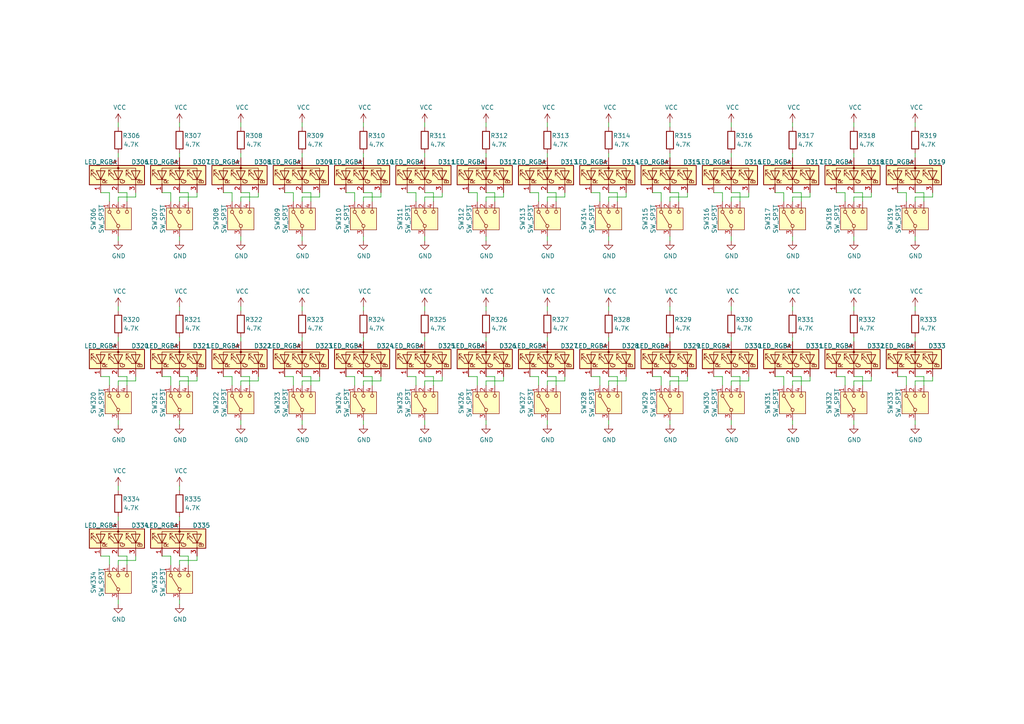
<source format=kicad_sch>
(kicad_sch (version 20231120) (generator "eeschema") (generator_version "8.0")
  (paper "A4")
  (lib_symbols
    (symbol "Device:R" (pin_numbers hide) (pin_names (offset 0))
      (property "Reference" "R" (at 2.032 0 90))
      (property "Value" "R" (at 0 0 90))
      (symbol "R_0_1"
        (rectangle (start -1.016 -2.54) (end 1.016 2.54) (stroke (width 0.254)))
      )
      (symbol "R_1_1"
        (pin passive line (at 0 3.81 270) (length 1.27) (name "~") (number "1"))
        (pin passive line (at 0 -3.81 90) (length 1.27) (name "~") (number "2"))
      )
    )
    (symbol "Switch:SW_SP3T" (pin_names (offset 0) hide)
      (property "Reference" "SW" (at 0 5.08 0))
      (property "Value" "SW_SP3T" (at 0 -5.08 0))
      (symbol "SW_SP3T_0_1"
        (circle (center -2.032 0) (radius 0.4572))
        (polyline (pts (xy -1.651 0.254) (xy 1.651 2.286)))
        (circle (center 2.032 -2.54) (radius 0.4572))
        (circle (center 2.032 0) (radius 0.4572))
        (circle (center 2.032 2.54) (radius 0.4572))
      )
      (symbol "SW_SP3T_1_1"
        (rectangle (start -3.175 3.81) (end 3.175 -3.81) (fill (type background)))
        (pin passive line (at 5.08 2.54 180) (length 2.54) (name "1") (number "1"))
        (pin passive line (at 5.08 0 180) (length 2.54) (name "2") (number "2"))
        (pin passive line (at -5.08 0 0) (length 2.54) (name "3") (number "3"))
        (pin passive line (at 5.08 -2.54 180) (length 2.54) (name "4") (number "4"))
      )
    )
    (symbol "led_rgba:LED_RGBA" (pin_names (offset 0) hide)
      (property "Reference" "D" (at 0 9.398 0))
      (property "Value" "LED_RGBA" (at 0 -8.89 0))
      (symbol "LED_RGBA_0_0"
        (text "B" (at -1.905 -6.35 0) (effects (font (size 1.27 1.27))))
        (text "G" (at -1.905 -1.27 0) (effects (font (size 1.27 1.27))))
        (text "R" (at -1.905 3.81 0) (effects (font (size 1.27 1.27))))
      )
      (symbol "LED_RGBA_0_1"
        (polyline (pts (xy -2.54 -5.08) (xy 1.27 -5.08)))
        (polyline (pts (xy -1.27 -3.81) (xy -1.27 -6.35)) (stroke (width 0.2032)))
        (polyline (pts (xy -1.27 1.27) (xy -1.27 -1.27)) (stroke (width 0.2032)))
        (polyline (pts (xy -1.27 6.35) (xy -1.27 3.81)) (stroke (width 0.2032)))
        (polyline (pts (xy 1.27 5.08) (xy -2.54 5.08)))
        (polyline (pts (xy 2.54 0) (xy -2.54 0)))
        (polyline (pts (xy 1.27 -5.08) (xy 2.032 -5.08) (xy 2.032 5.08) (xy 1.27 5.08)))
        (polyline (pts (xy 1.27 -3.81) (xy 1.27 -6.35) (xy -1.27 -5.08) (xy 1.27 -3.81)) (stroke (width 0.2032)))
        (polyline (pts (xy 1.27 1.27) (xy 1.27 -1.27) (xy -1.27 0) (xy 1.27 1.27)) (stroke (width 0.2032)))
        (polyline (pts (xy 1.27 6.35) (xy 1.27 3.81) (xy -1.27 5.08) (xy 1.27 6.35)) (stroke (width 0.2032)))
        (polyline (pts (xy -1.016 -3.81) (xy 0.508 -2.286) (xy -0.254 -2.286) (xy 0.508 -2.286) (xy 0.508 -3.048)))
        (polyline (pts (xy -1.016 1.27) (xy 0.508 2.794) (xy -0.254 2.794) (xy 0.508 2.794) (xy 0.508 2.032)))
        (polyline (pts (xy -1.016 6.35) (xy 0.508 7.874) (xy -0.254 7.874) (xy 0.508 7.874) (xy 0.508 7.112)))
        (polyline (pts (xy 0 -3.81) (xy 1.524 -2.286) (xy 0.762 -2.286) (xy 1.524 -2.286) (xy 1.524 -3.048)))
        (polyline (pts (xy 0 1.27) (xy 1.524 2.794) (xy 0.762 2.794) (xy 1.524 2.794) (xy 1.524 2.032)))
        (polyline (pts (xy 0 6.35) (xy 1.524 7.874) (xy 0.762 7.874) (xy 1.524 7.874) (xy 1.524 7.112)))
        (rectangle (start 1.27 6.35) (end 1.27 6.35))
        (circle (center 2.032 0) (radius 0.254) (fill (type outline)))
        (rectangle (start 2.794 8.382) (end -2.794 -7.62) (stroke (width 0.254)) (fill (type background)))
      )
      (symbol "LED_RGBA_1_1"
        (pin passive line (at -5.08 5.08 0) (length 2.54) (name "RK") (number "1"))
        (pin passive line (at -5.08 0 0) (length 2.54) (name "GK") (number "2"))
        (pin passive line (at -5.08 -5.08 0) (length 2.54) (name "BK") (number "3"))
        (pin passive line (at 5.08 0 180) (length 2.54) (name "A") (number "4"))
      )
    )
    (symbol "motivational board-rescue:GND-power" (power) (pin_names (offset 0))
      (property "Value" "power_GND" (at 0 -3.81 0))
      (symbol "GND-power_0_1"
        (polyline (pts (xy 0 0) (xy 0 -1.27) (xy 1.27 -1.27) (xy 0 -2.54) (xy -1.27 -1.27) (xy 0 -1.27)))
      )
      (symbol "GND-power_1_1"
        (pin power_in line (at 0 0 270) (length 0) hide (name "GND") (number "1"))
      )
    )
    (symbol "motivational board-rescue:VCC-power" (power) (pin_names (offset 0))
      (property "Value" "power_VCC" (at 0 3.81 0))
      (symbol "VCC-power_0_1"
        (polyline (pts (xy -0.762 1.27) (xy 0 2.54)))
        (polyline (pts (xy 0 0) (xy 0 2.54)))
        (polyline (pts (xy 0 2.54) (xy 0.762 1.27)))
      )
      (symbol "VCC-power_1_1"
        (pin power_in line (at 0 0 90) (length 0) hide (name "VCC") (number "1"))
      )
    )
  )
  (wire (pts (xy 232.41 55.88) (xy 229.87 55.88)))
  (wire (pts (xy 87.63 58.42) (xy 87.63 57.15)))
  (wire (pts (xy 31.75 109.22) (xy 31.75 111.76)))
  (wire (pts (xy 196.85 55.88) (xy 194.31 55.88)))
  (wire (pts (xy 105.41 35.56) (xy 105.41 36.83)))
  (wire (pts (xy 69.85 57.15) (xy 74.93 57.15)))
  (wire (pts (xy 110.49 57.15) (xy 110.49 55.88)))
  (wire (pts (xy 100.33 55.88) (xy 102.87 55.88)))
  (wire (pts (xy 90.17 58.42) (xy 90.17 55.88)))
  (wire (pts (xy 247.65 58.42) (xy 247.65 57.15)))
  (wire (pts (xy 125.73 109.22) (xy 123.19 109.22)))
  (wire (pts (xy 191.77 109.22) (xy 191.77 111.76)))
  (wire (pts (xy 232.41 111.76) (xy 232.41 109.22)))
  (wire (pts (xy 229.87 57.15) (xy 234.95 57.15)))
  (wire (pts (xy 247.65 111.76) (xy 247.65 110.49)))
  (wire (pts (xy 265.43 35.56) (xy 265.43 36.83)))
  (wire (pts (xy 265.43 110.49) (xy 270.51 110.49)))
  (wire (pts (xy 69.85 110.49) (xy 74.93 110.49)))
  (wire (pts (xy 194.31 35.56) (xy 194.31 36.83)))
  (wire (pts (xy 247.65 88.9) (xy 247.65 90.17)))
  (wire (pts (xy 100.33 109.22) (xy 102.87 109.22)))
  (wire (pts (xy 87.63 99.06) (xy 87.63 97.79)))
  (wire (pts (xy 52.07 58.42) (xy 52.07 57.15)))
  (wire (pts (xy 270.51 110.49) (xy 270.51 109.22)))
  (wire (pts (xy 224.79 55.88) (xy 227.33 55.88)))
  (wire (pts (xy 232.41 109.22) (xy 229.87 109.22)))
  (wire (pts (xy 212.09 99.06) (xy 212.09 97.79)))
  (wire (pts (xy 158.75 45.72) (xy 158.75 44.45)))
  (wire (pts (xy 69.85 121.92) (xy 69.85 123.19)))
  (wire (pts (xy 87.63 121.92) (xy 87.63 123.19)))
  (wire (pts (xy 92.71 110.49) (xy 92.71 109.22)))
  (wire (pts (xy 54.61 163.83) (xy 54.61 161.29)))
  (wire (pts (xy 247.65 35.56) (xy 247.65 36.83)))
  (wire (pts (xy 270.51 57.15) (xy 270.51 55.88)))
  (wire (pts (xy 179.07 109.22) (xy 176.53 109.22)))
  (wire (pts (xy 52.07 121.92) (xy 52.07 123.19)))
  (wire (pts (xy 123.19 68.58) (xy 123.19 69.85)))
  (wire (pts (xy 140.97 68.58) (xy 140.97 69.85)))
  (wire (pts (xy 52.07 151.13) (xy 52.07 149.86)))
  (wire (pts (xy 123.19 110.49) (xy 128.27 110.49)))
  (wire (pts (xy 217.17 110.49) (xy 217.17 109.22)))
  (wire (pts (xy 163.83 57.15) (xy 163.83 55.88)))
  (wire (pts (xy 217.17 57.15) (xy 217.17 55.88)))
  (wire (pts (xy 214.63 109.22) (xy 212.09 109.22)))
  (wire (pts (xy 158.75 110.49) (xy 163.83 110.49)))
  (wire (pts (xy 229.87 58.42) (xy 229.87 57.15)))
  (wire (pts (xy 52.07 35.56) (xy 52.07 36.83)))
  (wire (pts (xy 173.99 55.88) (xy 173.99 58.42)))
  (wire (pts (xy 250.19 58.42) (xy 250.19 55.88)))
  (wire (pts (xy 212.09 110.49) (xy 217.17 110.49)))
  (wire (pts (xy 69.85 68.58) (xy 69.85 69.85)))
  (wire (pts (xy 224.79 109.22) (xy 227.33 109.22)))
  (wire (pts (xy 265.43 57.15) (xy 270.51 57.15)))
  (wire (pts (xy 209.55 55.88) (xy 209.55 58.42)))
  (wire (pts (xy 140.97 121.92) (xy 140.97 123.19)))
  (wire (pts (xy 92.71 57.15) (xy 92.71 55.88)))
  (wire (pts (xy 176.53 111.76) (xy 176.53 110.49)))
  (wire (pts (xy 143.51 58.42) (xy 143.51 55.88)))
  (wire (pts (xy 87.63 45.72) (xy 87.63 44.45)))
  (wire (pts (xy 87.63 68.58) (xy 87.63 69.85)))
  (wire (pts (xy 64.77 55.88) (xy 67.31 55.88)))
  (wire (pts (xy 153.67 55.88) (xy 156.21 55.88)))
  (wire (pts (xy 173.99 109.22) (xy 173.99 111.76)))
  (wire (pts (xy 227.33 55.88) (xy 227.33 58.42)))
  (wire (pts (xy 87.63 57.15) (xy 92.71 57.15)))
  (wire (pts (xy 67.31 55.88) (xy 67.31 58.42)))
  (wire (pts (xy 265.43 88.9) (xy 265.43 90.17)))
  (wire (pts (xy 82.55 109.22) (xy 85.09 109.22)))
  (wire (pts (xy 212.09 45.72) (xy 212.09 44.45)))
  (wire (pts (xy 52.07 173.99) (xy 52.07 175.26)))
  (wire (pts (xy 161.29 55.88) (xy 158.75 55.88)))
  (wire (pts (xy 69.85 58.42) (xy 69.85 57.15)))
  (wire (pts (xy 36.83 111.76) (xy 36.83 109.22)))
  (wire (pts (xy 189.23 109.22) (xy 191.77 109.22)))
  (wire (pts (xy 69.85 88.9) (xy 69.85 90.17)))
  (wire (pts (xy 199.39 110.49) (xy 199.39 109.22)))
  (wire (pts (xy 229.87 110.49) (xy 234.95 110.49)))
  (wire (pts (xy 161.29 58.42) (xy 161.29 55.88)))
  (wire (pts (xy 29.21 161.29) (xy 31.75 161.29)))
  (wire (pts (xy 234.95 57.15) (xy 234.95 55.88)))
  (wire (pts (xy 158.75 99.06) (xy 158.75 97.79)))
  (wire (pts (xy 158.75 57.15) (xy 163.83 57.15)))
  (wire (pts (xy 52.07 45.72) (xy 52.07 44.45)))
  (wire (pts (xy 158.75 111.76) (xy 158.75 110.49)))
  (wire (pts (xy 105.41 57.15) (xy 110.49 57.15)))
  (wire (pts (xy 143.51 111.76) (xy 143.51 109.22)))
  (wire (pts (xy 267.97 109.22) (xy 265.43 109.22)))
  (wire (pts (xy 229.87 88.9) (xy 229.87 90.17)))
  (wire (pts (xy 199.39 57.15) (xy 199.39 55.88)))
  (wire (pts (xy 90.17 55.88) (xy 87.63 55.88)))
  (wire (pts (xy 85.09 109.22) (xy 85.09 111.76)))
  (wire (pts (xy 74.93 110.49) (xy 74.93 109.22)))
  (wire (pts (xy 120.65 55.88) (xy 120.65 58.42)))
  (wire (pts (xy 260.35 55.88) (xy 262.89 55.88)))
  (wire (pts (xy 234.95 110.49) (xy 234.95 109.22)))
  (wire (pts (xy 194.31 58.42) (xy 194.31 57.15)))
  (wire (pts (xy 52.07 88.9) (xy 52.07 90.17)))
  (wire (pts (xy 36.83 163.83) (xy 36.83 161.29)))
  (wire (pts (xy 207.01 55.88) (xy 209.55 55.88)))
  (wire (pts (xy 34.29 151.13) (xy 34.29 149.86)))
  (wire (pts (xy 125.73 58.42) (xy 125.73 55.88)))
  (wire (pts (xy 212.09 121.92) (xy 212.09 123.19)))
  (wire (pts (xy 194.31 57.15) (xy 199.39 57.15)))
  (wire (pts (xy 171.45 109.22) (xy 173.99 109.22)))
  (wire (pts (xy 143.51 55.88) (xy 140.97 55.88)))
  (wire (pts (xy 171.45 55.88) (xy 173.99 55.88)))
  (wire (pts (xy 128.27 110.49) (xy 128.27 109.22)))
  (wire (pts (xy 125.73 55.88) (xy 123.19 55.88)))
  (wire (pts (xy 34.29 45.72) (xy 34.29 44.45)))
  (wire (pts (xy 39.37 110.49) (xy 39.37 109.22)))
  (wire (pts (xy 49.53 109.22) (xy 49.53 111.76)))
  (wire (pts (xy 265.43 58.42) (xy 265.43 57.15)))
  (wire (pts (xy 194.31 45.72) (xy 194.31 44.45)))
  (wire (pts (xy 123.19 58.42) (xy 123.19 57.15)))
  (wire (pts (xy 265.43 68.58) (xy 265.43 69.85)))
  (wire (pts (xy 105.41 45.72) (xy 105.41 44.45)))
  (wire (pts (xy 87.63 88.9) (xy 87.63 90.17)))
  (wire (pts (xy 36.83 161.29) (xy 34.29 161.29)))
  (wire (pts (xy 153.67 109.22) (xy 156.21 109.22)))
  (wire (pts (xy 34.29 162.56) (xy 39.37 162.56)))
  (wire (pts (xy 207.01 109.22) (xy 209.55 109.22)))
  (wire (pts (xy 252.73 57.15) (xy 252.73 55.88)))
  (wire (pts (xy 212.09 58.42) (xy 212.09 57.15)))
  (wire (pts (xy 181.61 57.15) (xy 181.61 55.88)))
  (wire (pts (xy 265.43 111.76) (xy 265.43 110.49)))
  (wire (pts (xy 107.95 55.88) (xy 105.41 55.88)))
  (wire (pts (xy 138.43 109.22) (xy 138.43 111.76)))
  (wire (pts (xy 49.53 161.29) (xy 49.53 163.83)))
  (wire (pts (xy 67.31 109.22) (xy 67.31 111.76)))
  (wire (pts (xy 34.29 140.97) (xy 34.29 142.24)))
  (wire (pts (xy 140.97 99.06) (xy 140.97 97.79)))
  (wire (pts (xy 229.87 99.06) (xy 229.87 97.79)))
  (wire (pts (xy 128.27 57.15) (xy 128.27 55.88)))
  (wire (pts (xy 46.99 109.22) (xy 49.53 109.22)))
  (wire (pts (xy 163.83 110.49) (xy 163.83 109.22)))
  (wire (pts (xy 189.23 55.88) (xy 191.77 55.88)))
  (wire (pts (xy 118.11 109.22) (xy 120.65 109.22)))
  (wire (pts (xy 247.65 99.06) (xy 247.65 97.79)))
  (wire (pts (xy 69.85 45.72) (xy 69.85 44.45)))
  (wire (pts (xy 102.87 109.22) (xy 102.87 111.76)))
  (wire (pts (xy 29.21 55.88) (xy 31.75 55.88)))
  (wire (pts (xy 265.43 45.72) (xy 265.43 44.45)))
  (wire (pts (xy 194.31 68.58) (xy 194.31 69.85)))
  (wire (pts (xy 36.83 109.22) (xy 34.29 109.22)))
  (wire (pts (xy 34.29 35.56) (xy 34.29 36.83)))
  (wire (pts (xy 34.29 163.83) (xy 34.29 162.56)))
  (wire (pts (xy 72.39 55.88) (xy 69.85 55.88)))
  (wire (pts (xy 39.37 57.15) (xy 39.37 55.88)))
  (wire (pts (xy 140.97 88.9) (xy 140.97 90.17)))
  (wire (pts (xy 176.53 88.9) (xy 176.53 90.17)))
  (wire (pts (xy 176.53 57.15) (xy 181.61 57.15)))
  (wire (pts (xy 242.57 55.88) (xy 245.11 55.88)))
  (wire (pts (xy 105.41 121.92) (xy 105.41 123.19)))
  (wire (pts (xy 143.51 109.22) (xy 140.97 109.22)))
  (wire (pts (xy 245.11 109.22) (xy 245.11 111.76)))
  (wire (pts (xy 36.83 55.88) (xy 34.29 55.88)))
  (wire (pts (xy 250.19 111.76) (xy 250.19 109.22)))
  (wire (pts (xy 123.19 99.06) (xy 123.19 97.79)))
  (wire (pts (xy 156.21 109.22) (xy 156.21 111.76)))
  (wire (pts (xy 120.65 109.22) (xy 120.65 111.76)))
  (wire (pts (xy 123.19 111.76) (xy 123.19 110.49)))
  (wire (pts (xy 105.41 68.58) (xy 105.41 69.85)))
  (wire (pts (xy 156.21 55.88) (xy 156.21 58.42)))
  (wire (pts (xy 194.31 110.49) (xy 199.39 110.49)))
  (wire (pts (xy 36.83 58.42) (xy 36.83 55.88)))
  (wire (pts (xy 247.65 68.58) (xy 247.65 69.85)))
  (wire (pts (xy 158.75 68.58) (xy 158.75 69.85)))
  (wire (pts (xy 229.87 111.76) (xy 229.87 110.49)))
  (wire (pts (xy 34.29 110.49) (xy 39.37 110.49)))
  (wire (pts (xy 123.19 57.15) (xy 128.27 57.15)))
  (wire (pts (xy 176.53 35.56) (xy 176.53 36.83)))
  (wire (pts (xy 72.39 109.22) (xy 69.85 109.22)))
  (wire (pts (xy 140.97 111.76) (xy 140.97 110.49)))
  (wire (pts (xy 57.15 162.56) (xy 57.15 161.29)))
  (wire (pts (xy 72.39 111.76) (xy 72.39 109.22)))
  (wire (pts (xy 87.63 110.49) (xy 92.71 110.49)))
  (wire (pts (xy 105.41 58.42) (xy 105.41 57.15)))
  (wire (pts (xy 140.97 58.42) (xy 140.97 57.15)))
  (wire (pts (xy 214.63 55.88) (xy 212.09 55.88)))
  (wire (pts (xy 118.11 55.88) (xy 120.65 55.88)))
  (wire (pts (xy 123.19 88.9) (xy 123.19 90.17)))
  (wire (pts (xy 90.17 109.22) (xy 87.63 109.22)))
  (wire (pts (xy 158.75 88.9) (xy 158.75 90.17)))
  (wire (pts (xy 194.31 121.92) (xy 194.31 123.19)))
  (wire (pts (xy 262.89 55.88) (xy 262.89 58.42)))
  (wire (pts (xy 179.07 58.42) (xy 179.07 55.88)))
  (wire (pts (xy 74.93 57.15) (xy 74.93 55.88)))
  (wire (pts (xy 229.87 45.72) (xy 229.87 44.45)))
  (wire (pts (xy 107.95 109.22) (xy 105.41 109.22)))
  (wire (pts (xy 267.97 111.76) (xy 267.97 109.22)))
  (wire (pts (xy 34.29 111.76) (xy 34.29 110.49)))
  (wire (pts (xy 107.95 58.42) (xy 107.95 55.88)))
  (wire (pts (xy 57.15 110.49) (xy 57.15 109.22)))
  (wire (pts (xy 52.07 110.49) (xy 57.15 110.49)))
  (wire (pts (xy 39.37 162.56) (xy 39.37 161.29)))
  (wire (pts (xy 194.31 88.9) (xy 194.31 90.17)))
  (wire (pts (xy 123.19 121.92) (xy 123.19 123.19)))
  (wire (pts (xy 105.41 110.49) (xy 110.49 110.49)))
  (wire (pts (xy 176.53 99.06) (xy 176.53 97.79)))
  (wire (pts (xy 72.39 58.42) (xy 72.39 55.88)))
  (wire (pts (xy 64.77 109.22) (xy 67.31 109.22)))
  (wire (pts (xy 146.05 57.15) (xy 146.05 55.88)))
  (wire (pts (xy 34.29 68.58) (xy 34.29 69.85)))
  (wire (pts (xy 229.87 68.58) (xy 229.87 69.85)))
  (wire (pts (xy 247.65 45.72) (xy 247.65 44.45)))
  (wire (pts (xy 90.17 111.76) (xy 90.17 109.22)))
  (wire (pts (xy 265.43 99.06) (xy 265.43 97.79)))
  (wire (pts (xy 229.87 121.92) (xy 229.87 123.19)))
  (wire (pts (xy 82.55 55.88) (xy 85.09 55.88)))
  (wire (pts (xy 179.07 55.88) (xy 176.53 55.88)))
  (wire (pts (xy 52.07 99.06) (xy 52.07 97.79)))
  (wire (pts (xy 194.31 111.76) (xy 194.31 110.49)))
  (wire (pts (xy 138.43 55.88) (xy 138.43 58.42)))
  (wire (pts (xy 110.49 110.49) (xy 110.49 109.22)))
  (wire (pts (xy 265.43 121.92) (xy 265.43 123.19)))
  (wire (pts (xy 181.61 110.49) (xy 181.61 109.22)))
  (wire (pts (xy 31.75 161.29) (xy 31.75 163.83)))
  (wire (pts (xy 52.07 111.76) (xy 52.07 110.49)))
  (wire (pts (xy 267.97 58.42) (xy 267.97 55.88)))
  (wire (pts (xy 87.63 111.76) (xy 87.63 110.49)))
  (wire (pts (xy 176.53 45.72) (xy 176.53 44.45)))
  (wire (pts (xy 52.07 68.58) (xy 52.07 69.85)))
  (wire (pts (xy 34.29 121.92) (xy 34.29 123.19)))
  (wire (pts (xy 212.09 68.58) (xy 212.09 69.85)))
  (wire (pts (xy 52.07 140.97) (xy 52.07 142.24)))
  (wire (pts (xy 176.53 121.92) (xy 176.53 123.19)))
  (wire (pts (xy 140.97 110.49) (xy 146.05 110.49)))
  (wire (pts (xy 34.29 99.06) (xy 34.29 97.79)))
  (wire (pts (xy 214.63 111.76) (xy 214.63 109.22)))
  (wire (pts (xy 196.85 58.42) (xy 196.85 55.88)))
  (wire (pts (xy 212.09 111.76) (xy 212.09 110.49)))
  (wire (pts (xy 212.09 35.56) (xy 212.09 36.83)))
  (wire (pts (xy 29.21 109.22) (xy 31.75 109.22)))
  (wire (pts (xy 34.29 173.99) (xy 34.29 175.26)))
  (wire (pts (xy 69.85 111.76) (xy 69.85 110.49)))
  (wire (pts (xy 69.85 35.56) (xy 69.85 36.83)))
  (wire (pts (xy 194.31 99.06) (xy 194.31 97.79)))
  (wire (pts (xy 140.97 57.15) (xy 146.05 57.15)))
  (wire (pts (xy 52.07 57.15) (xy 57.15 57.15)))
  (wire (pts (xy 34.29 88.9) (xy 34.29 90.17)))
  (wire (pts (xy 105.41 88.9) (xy 105.41 90.17)))
  (wire (pts (xy 242.57 109.22) (xy 245.11 109.22)))
  (wire (pts (xy 247.65 57.15) (xy 252.73 57.15)))
  (wire (pts (xy 212.09 57.15) (xy 217.17 57.15)))
  (wire (pts (xy 212.09 88.9) (xy 212.09 90.17)))
  (wire (pts (xy 158.75 35.56) (xy 158.75 36.83)))
  (wire (pts (xy 250.19 55.88) (xy 247.65 55.88)))
  (wire (pts (xy 262.89 109.22) (xy 262.89 111.76)))
  (wire (pts (xy 54.61 55.88) (xy 52.07 55.88)))
  (wire (pts (xy 140.97 35.56) (xy 140.97 36.83)))
  (wire (pts (xy 52.07 162.56) (xy 57.15 162.56)))
  (wire (pts (xy 196.85 109.22) (xy 194.31 109.22)))
  (wire (pts (xy 176.53 110.49) (xy 181.61 110.49)))
  (wire (pts (xy 260.35 109.22) (xy 262.89 109.22)))
  (wire (pts (xy 57.15 57.15) (xy 57.15 55.88)))
  (wire (pts (xy 85.09 55.88) (xy 85.09 58.42)))
  (wire (pts (xy 161.29 109.22) (xy 158.75 109.22)))
  (wire (pts (xy 176.53 58.42) (xy 176.53 57.15)))
  (wire (pts (xy 209.55 109.22) (xy 209.55 111.76)))
  (wire (pts (xy 252.73 110.49) (xy 252.73 109.22)))
  (wire (pts (xy 46.99 161.29) (xy 49.53 161.29)))
  (wire (pts (xy 179.07 111.76) (xy 179.07 109.22)))
  (wire (pts (xy 105.41 99.06) (xy 105.41 97.79)))
  (wire (pts (xy 54.61 111.76) (xy 54.61 109.22)))
  (wire (pts (xy 46.99 55.88) (xy 49.53 55.88)))
  (wire (pts (xy 140.97 45.72) (xy 140.97 44.45)))
  (wire (pts (xy 31.75 55.88) (xy 31.75 58.42)))
  (wire (pts (xy 34.29 58.42) (xy 34.29 57.15)))
  (wire (pts (xy 247.65 110.49) (xy 252.73 110.49)))
  (wire (pts (xy 87.63 35.56) (xy 87.63 36.83)))
  (wire (pts (xy 214.63 58.42) (xy 214.63 55.88)))
  (wire (pts (xy 161.29 111.76) (xy 161.29 109.22)))
  (wire (pts (xy 102.87 55.88) (xy 102.87 58.42)))
  (wire (pts (xy 105.41 111.76) (xy 105.41 110.49)))
  (wire (pts (xy 146.05 110.49) (xy 146.05 109.22)))
  (wire (pts (xy 191.77 55.88) (xy 191.77 58.42)))
  (wire (pts (xy 125.73 111.76) (xy 125.73 109.22)))
  (wire (pts (xy 52.07 163.83) (xy 52.07 162.56)))
  (wire (pts (xy 135.89 55.88) (xy 138.43 55.88)))
  (wire (pts (xy 158.75 121.92) (xy 158.75 123.19)))
  (wire (pts (xy 123.19 35.56) (xy 123.19 36.83)))
  (wire (pts (xy 49.53 55.88) (xy 49.53 58.42)))
  (wire (pts (xy 54.61 58.42) (xy 54.61 55.88)))
  (wire (pts (xy 245.11 55.88) (xy 245.11 58.42)))
  (wire (pts (xy 176.53 68.58) (xy 176.53 69.85)))
  (wire (pts (xy 54.61 109.22) (xy 52.07 109.22)))
  (wire (pts (xy 250.19 109.22) (xy 247.65 109.22)))
  (wire (pts (xy 54.61 161.29) (xy 52.07 161.29)))
  (wire (pts (xy 232.41 58.42) (xy 232.41 55.88)))
  (wire (pts (xy 196.85 111.76) (xy 196.85 109.22)))
  (wire (pts (xy 267.97 55.88) (xy 265.43 55.88)))
  (wire (pts (xy 158.75 58.42) (xy 158.75 57.15)))
  (wire (pts (xy 227.33 109.22) (xy 227.33 111.76)))
  (wire (pts (xy 229.87 35.56) (xy 229.87 36.83)))
  (wire (pts (xy 123.19 45.72) (xy 123.19 44.45)))
  (wire (pts (xy 247.65 121.92) (xy 247.65 123.19)))
  (wire (pts (xy 69.85 99.06) (xy 69.85 97.79)))
  (wire (pts (xy 34.29 57.15) (xy 39.37 57.15)))
  (wire (pts (xy 135.89 109.22) (xy 138.43 109.22)))
  (wire (pts (xy 107.95 111.76) (xy 107.95 109.22)))
  (symbol (lib_id "Switch:SW_SP3T") (at 229.87 63.5 90) (unit 1)
    (property "Reference" "SW317" (at 222.6818 63.5 0))
    (property "Value" "SW_SP3T" (at 224.9932 63.5 0))
    (property "Footprint" "Button_Switch_THT-extra:SS13D07G4" (effects (hide yes)))
  )
  (symbol (lib_id "motivational board-rescue:VCC-power") (at 34.29 88.9 0) (unit 1)
    (property "Reference" "#PWR0641" (effects (hide yes)))
    (property "Value" "VCC" (at 34.7218 84.5058 0))
  )
  (symbol (lib_id "led_rgba:LED_RGBA") (at 52.07 104.14 90) (unit 1)
    (property "Reference" "D321" (at 58.42 100.33 90))
    (property "Value" "LED_RGBA" (at 46.99 100.33 90))
    (property "Footprint" "LED_SMD-extra:LED_RGB_3528" (effects (hide yes)))
  )
  (symbol (lib_id "motivational board-rescue:GND-power") (at 140.97 123.19 0) (unit 1)
    (property "Reference" "#PWR0661" (effects (hide yes)))
    (property "Value" "GND" (at 141.097 127.5842 0))
  )
  (symbol (lib_id "Device:R") (at 265.43 93.98 0) (unit 1)
    (property "Reference" "R333" (at 269.24 92.71 0))
    (property "Value" "4.7K" (at 269.24 95.25 0))
    (property "Footprint" "Resistors_SMD:R_0805_HandSoldering" (effects (hide yes)))
  )
  (symbol (lib_id "Switch:SW_SP3T") (at 34.29 63.5 90) (unit 1)
    (property "Reference" "SW306" (at 27.1018 63.5 0))
    (property "Value" "SW_SP3T" (at 29.4132 63.5 0))
    (property "Footprint" "Button_Switch_THT-extra:SS13D07G4" (effects (hide yes)))
  )
  (symbol (lib_id "led_rgba:LED_RGBA") (at 34.29 50.8 90) (unit 1)
    (property "Reference" "D306" (at 40.64 46.99 90))
    (property "Value" "LED_RGBA" (at 29.21 46.99 90))
    (property "Footprint" "LED_SMD-extra:LED_RGB_3528" (effects (hide yes)))
  )
  (symbol (lib_id "Device:R") (at 34.29 40.64 0) (unit 1)
    (property "Reference" "R306" (at 38.1 39.37 0))
    (property "Value" "4.7K" (at 38.1 41.91 0))
    (property "Footprint" "Resistors_SMD:R_0805_HandSoldering" (effects (hide yes)))
  )
  (symbol (lib_id "motivational board-rescue:VCC-power") (at 34.29 35.56 0) (unit 1)
    (property "Reference" "#PWR0613" (effects (hide yes)))
    (property "Value" "VCC" (at 34.7218 31.1658 0))
  )
  (symbol (lib_id "motivational board-rescue:GND-power") (at 34.29 69.85 0) (unit 1)
    (property "Reference" "#PWR0627" (effects (hide yes)))
    (property "Value" "GND" (at 34.417 74.2442 0))
  )
  (symbol (lib_id "Switch:SW_SP3T") (at 52.07 63.5 90) (unit 1)
    (property "Reference" "SW307" (at 44.8818 63.5 0))
    (property "Value" "SW_SP3T" (at 47.1932 63.5 0))
    (property "Footprint" "Button_Switch_THT-extra:SS13D07G4" (effects (hide yes)))
  )
  (symbol (lib_id "led_rgba:LED_RGBA") (at 52.07 50.8 90) (unit 1)
    (property "Reference" "D307" (at 58.42 46.99 90))
    (property "Value" "LED_RGBA" (at 46.99 46.99 90))
    (property "Footprint" "LED_SMD-extra:LED_RGB_3528" (effects (hide yes)))
  )
  (symbol (lib_id "Device:R") (at 52.07 40.64 0) (unit 1)
    (property "Reference" "R307" (at 55.88 39.37 0))
    (property "Value" "4.7K" (at 55.88 41.91 0))
    (property "Footprint" "Resistors_SMD:R_0805_HandSoldering" (effects (hide yes)))
  )
  (symbol (lib_id "motivational board-rescue:VCC-power") (at 52.07 35.56 0) (unit 1)
    (property "Reference" "#PWR0614" (effects (hide yes)))
    (property "Value" "VCC" (at 52.5018 31.1658 0))
  )
  (symbol (lib_id "motivational board-rescue:GND-power") (at 52.07 69.85 0) (unit 1)
    (property "Reference" "#PWR0628" (effects (hide yes)))
    (property "Value" "GND" (at 52.197 74.2442 0))
  )
  (symbol (lib_id "Switch:SW_SP3T") (at 69.85 63.5 90) (unit 1)
    (property "Reference" "SW308" (at 62.6618 63.5 0))
    (property "Value" "SW_SP3T" (at 64.9732 63.5 0))
    (property "Footprint" "Button_Switch_THT-extra:SS13D07G4" (effects (hide yes)))
  )
  (symbol (lib_id "led_rgba:LED_RGBA") (at 69.85 50.8 90) (unit 1)
    (property "Reference" "D308" (at 76.2 46.99 90))
    (property "Value" "LED_RGBA" (at 64.77 46.99 90))
    (property "Footprint" "LED_SMD-extra:LED_RGB_3528" (effects (hide yes)))
  )
  (symbol (lib_id "Device:R") (at 69.85 40.64 0) (unit 1)
    (property "Reference" "R308" (at 73.66 39.37 0))
    (property "Value" "4.7K" (at 73.66 41.91 0))
    (property "Footprint" "Resistors_SMD:R_0805_HandSoldering" (effects (hide yes)))
  )
  (symbol (lib_id "motivational board-rescue:VCC-power") (at 69.85 35.56 0) (unit 1)
    (property "Reference" "#PWR0615" (effects (hide yes)))
    (property "Value" "VCC" (at 70.2818 31.1658 0))
  )
  (symbol (lib_id "motivational board-rescue:GND-power") (at 69.85 69.85 0) (unit 1)
    (property "Reference" "#PWR0629" (effects (hide yes)))
    (property "Value" "GND" (at 69.977 74.2442 0))
  )
  (symbol (lib_id "Switch:SW_SP3T") (at 87.63 63.5 90) (unit 1)
    (property "Reference" "SW309" (at 80.4418 63.5 0))
    (property "Value" "SW_SP3T" (at 82.7532 63.5 0))
    (property "Footprint" "Button_Switch_THT-extra:SS13D07G4" (effects (hide yes)))
  )
  (symbol (lib_id "led_rgba:LED_RGBA") (at 87.63 50.8 90) (unit 1)
    (property "Reference" "D309" (at 93.98 46.99 90))
    (property "Value" "LED_RGBA" (at 82.55 46.99 90))
    (property "Footprint" "LED_SMD-extra:LED_RGB_3528" (effects (hide yes)))
  )
  (symbol (lib_id "Device:R") (at 87.63 40.64 0) (unit 1)
    (property "Reference" "R309" (at 91.44 39.37 0))
    (property "Value" "4.7K" (at 91.44 41.91 0))
    (property "Footprint" "Resistors_SMD:R_0805_HandSoldering" (effects (hide yes)))
  )
  (symbol (lib_id "motivational board-rescue:VCC-power") (at 87.63 35.56 0) (unit 1)
    (property "Reference" "#PWR0616" (effects (hide yes)))
    (property "Value" "VCC" (at 88.0618 31.1658 0))
  )
  (symbol (lib_id "motivational board-rescue:GND-power") (at 87.63 69.85 0) (unit 1)
    (property "Reference" "#PWR0630" (effects (hide yes)))
    (property "Value" "GND" (at 87.757 74.2442 0))
  )
  (symbol (lib_id "Switch:SW_SP3T") (at 105.41 63.5 90) (unit 1)
    (property "Reference" "SW310" (at 98.2218 63.5 0))
    (property "Value" "SW_SP3T" (at 100.5332 63.5 0))
    (property "Footprint" "Button_Switch_THT-extra:SS13D07G4" (effects (hide yes)))
  )
  (symbol (lib_id "led_rgba:LED_RGBA") (at 105.41 50.8 90) (unit 1)
    (property "Reference" "D310" (at 111.76 46.99 90))
    (property "Value" "LED_RGBA" (at 100.33 46.99 90))
    (property "Footprint" "LED_SMD-extra:LED_RGB_3528" (effects (hide yes)))
  )
  (symbol (lib_id "Device:R") (at 105.41 40.64 0) (unit 1)
    (property "Reference" "R310" (at 109.22 39.37 0))
    (property "Value" "4.7K" (at 109.22 41.91 0))
    (property "Footprint" "Resistors_SMD:R_0805_HandSoldering" (effects (hide yes)))
  )
  (symbol (lib_id "motivational board-rescue:VCC-power") (at 105.41 35.56 0) (unit 1)
    (property "Reference" "#PWR0617" (effects (hide yes)))
    (property "Value" "VCC" (at 105.8418 31.1658 0))
  )
  (symbol (lib_id "motivational board-rescue:GND-power") (at 105.41 69.85 0) (unit 1)
    (property "Reference" "#PWR0631" (effects (hide yes)))
    (property "Value" "GND" (at 105.537 74.2442 0))
  )
  (symbol (lib_id "Switch:SW_SP3T") (at 123.19 63.5 90) (unit 1)
    (property "Reference" "SW311" (at 116.0018 63.5 0))
    (property "Value" "SW_SP3T" (at 118.3132 63.5 0))
    (property "Footprint" "Button_Switch_THT-extra:SS13D07G4" (effects (hide yes)))
  )
  (symbol (lib_id "led_rgba:LED_RGBA") (at 123.19 50.8 90) (unit 1)
    (property "Reference" "D311" (at 129.54 46.99 90))
    (property "Value" "LED_RGBA" (at 118.11 46.99 90))
    (property "Footprint" "LED_SMD-extra:LED_RGB_3528" (effects (hide yes)))
  )
  (symbol (lib_id "Device:R") (at 123.19 40.64 0) (unit 1)
    (property "Reference" "R311" (at 127 39.37 0))
    (property "Value" "4.7K" (at 127 41.91 0))
    (property "Footprint" "Resistors_SMD:R_0805_HandSoldering" (effects (hide yes)))
  )
  (symbol (lib_id "motivational board-rescue:VCC-power") (at 123.19 35.56 0) (unit 1)
    (property "Reference" "#PWR0618" (effects (hide yes)))
    (property "Value" "VCC" (at 123.6218 31.1658 0))
  )
  (symbol (lib_id "motivational board-rescue:GND-power") (at 123.19 69.85 0) (unit 1)
    (property "Reference" "#PWR0632" (effects (hide yes)))
    (property "Value" "GND" (at 123.317 74.2442 0))
  )
  (symbol (lib_id "Switch:SW_SP3T") (at 140.97 63.5 90) (unit 1)
    (property "Reference" "SW312" (at 133.7818 63.5 0))
    (property "Value" "SW_SP3T" (at 136.0932 63.5 0))
    (property "Footprint" "Button_Switch_THT-extra:SS13D07G4" (effects (hide yes)))
  )
  (symbol (lib_id "led_rgba:LED_RGBA") (at 140.97 50.8 90) (unit 1)
    (property "Reference" "D312" (at 147.32 46.99 90))
    (property "Value" "LED_RGBA" (at 135.89 46.99 90))
    (property "Footprint" "LED_SMD-extra:LED_RGB_3528" (effects (hide yes)))
  )
  (symbol (lib_id "Device:R") (at 140.97 40.64 0) (unit 1)
    (property "Reference" "R312" (at 144.78 39.37 0))
    (property "Value" "4.7K" (at 144.78 41.91 0))
    (property "Footprint" "Resistors_SMD:R_0805_HandSoldering" (effects (hide yes)))
  )
  (symbol (lib_id "motivational board-rescue:VCC-power") (at 140.97 35.56 0) (unit 1)
    (property "Reference" "#PWR0619" (effects (hide yes)))
    (property "Value" "VCC" (at 141.4018 31.1658 0))
  )
  (symbol (lib_id "motivational board-rescue:GND-power") (at 140.97 69.85 0) (unit 1)
    (property "Reference" "#PWR0633" (effects (hide yes)))
    (property "Value" "GND" (at 141.097 74.2442 0))
  )
  (symbol (lib_id "Switch:SW_SP3T") (at 158.75 63.5 90) (unit 1)
    (property "Reference" "SW313" (at 151.5618 63.5 0))
    (property "Value" "SW_SP3T" (at 153.8732 63.5 0))
    (property "Footprint" "Button_Switch_THT-extra:SS13D07G4" (effects (hide yes)))
  )
  (symbol (lib_id "led_rgba:LED_RGBA") (at 158.75 50.8 90) (unit 1)
    (property "Reference" "D313" (at 165.1 46.99 90))
    (property "Value" "LED_RGBA" (at 153.67 46.99 90))
    (property "Footprint" "LED_SMD-extra:LED_RGB_3528" (effects (hide yes)))
  )
  (symbol (lib_id "Device:R") (at 158.75 40.64 0) (unit 1)
    (property "Reference" "R313" (at 162.56 39.37 0))
    (property "Value" "4.7K" (at 162.56 41.91 0))
    (property "Footprint" "Resistors_SMD:R_0805_HandSoldering" (effects (hide yes)))
  )
  (symbol (lib_id "motivational board-rescue:VCC-power") (at 158.75 35.56 0) (unit 1)
    (property "Reference" "#PWR0620" (effects (hide yes)))
    (property "Value" "VCC" (at 159.1818 31.1658 0))
  )
  (symbol (lib_id "motivational board-rescue:GND-power") (at 158.75 69.85 0) (unit 1)
    (property "Reference" "#PWR0634" (effects (hide yes)))
    (property "Value" "GND" (at 158.877 74.2442 0))
  )
  (symbol (lib_id "Switch:SW_SP3T") (at 176.53 63.5 90) (unit 1)
    (property "Reference" "SW314" (at 169.3418 63.5 0))
    (property "Value" "SW_SP3T" (at 171.6532 63.5 0))
    (property "Footprint" "Button_Switch_THT-extra:SS13D07G4" (effects (hide yes)))
  )
  (symbol (lib_id "led_rgba:LED_RGBA") (at 176.53 50.8 90) (unit 1)
    (property "Reference" "D314" (at 182.88 46.99 90))
    (property "Value" "LED_RGBA" (at 171.45 46.99 90))
    (property "Footprint" "LED_SMD-extra:LED_RGB_3528" (effects (hide yes)))
  )
  (symbol (lib_id "Device:R") (at 176.53 40.64 0) (unit 1)
    (property "Reference" "R314" (at 180.34 39.37 0))
    (property "Value" "4.7K" (at 180.34 41.91 0))
    (property "Footprint" "Resistors_SMD:R_0805_HandSoldering" (effects (hide yes)))
  )
  (symbol (lib_id "motivational board-rescue:VCC-power") (at 176.53 35.56 0) (unit 1)
    (property "Reference" "#PWR0621" (effects (hide yes)))
    (property "Value" "VCC" (at 176.9618 31.1658 0))
  )
  (symbol (lib_id "motivational board-rescue:GND-power") (at 176.53 69.85 0) (unit 1)
    (property "Reference" "#PWR0635" (effects (hide yes)))
    (property "Value" "GND" (at 176.657 74.2442 0))
  )
  (symbol (lib_id "Switch:SW_SP3T") (at 194.31 63.5 90) (unit 1)
    (property "Reference" "SW315" (at 187.1218 63.5 0))
    (property "Value" "SW_SP3T" (at 189.4332 63.5 0))
    (property "Footprint" "Button_Switch_THT-extra:SS13D07G4" (effects (hide yes)))
  )
  (symbol (lib_id "led_rgba:LED_RGBA") (at 194.31 50.8 90) (unit 1)
    (property "Reference" "D315" (at 200.66 46.99 90))
    (property "Value" "LED_RGBA" (at 189.23 46.99 90))
    (property "Footprint" "LED_SMD-extra:LED_RGB_3528" (effects (hide yes)))
  )
  (symbol (lib_id "Device:R") (at 194.31 40.64 0) (unit 1)
    (property "Reference" "R315" (at 198.12 39.37 0))
    (property "Value" "4.7K" (at 198.12 41.91 0))
    (property "Footprint" "Resistors_SMD:R_0805_HandSoldering" (effects (hide yes)))
  )
  (symbol (lib_id "motivational board-rescue:VCC-power") (at 194.31 35.56 0) (unit 1)
    (property "Reference" "#PWR0622" (effects (hide yes)))
    (property "Value" "VCC" (at 194.7418 31.1658 0))
  )
  (symbol (lib_id "motivational board-rescue:GND-power") (at 194.31 69.85 0) (unit 1)
    (property "Reference" "#PWR0636" (effects (hide yes)))
    (property "Value" "GND" (at 194.437 74.2442 0))
  )
  (symbol (lib_id "Switch:SW_SP3T") (at 212.09 63.5 90) (unit 1)
    (property "Reference" "SW316" (at 204.9018 63.5 0))
    (property "Value" "SW_SP3T" (at 207.2132 63.5 0))
    (property "Footprint" "Button_Switch_THT-extra:SS13D07G4" (effects (hide yes)))
  )
  (symbol (lib_id "led_rgba:LED_RGBA") (at 212.09 50.8 90) (unit 1)
    (property "Reference" "D316" (at 218.44 46.99 90))
    (property "Value" "LED_RGBA" (at 207.01 46.99 90))
    (property "Footprint" "LED_SMD-extra:LED_RGB_3528" (effects (hide yes)))
  )
  (symbol (lib_id "Device:R") (at 212.09 40.64 0) (unit 1)
    (property "Reference" "R316" (at 215.9 39.37 0))
    (property "Value" "4.7K" (at 215.9 41.91 0))
    (property "Footprint" "Resistors_SMD:R_0805_HandSoldering" (effects (hide yes)))
  )
  (symbol (lib_id "motivational board-rescue:VCC-power") (at 212.09 35.56 0) (unit 1)
    (property "Reference" "#PWR0623" (effects (hide yes)))
    (property "Value" "VCC" (at 212.5218 31.1658 0))
  )
  (symbol (lib_id "motivational board-rescue:GND-power") (at 212.09 69.85 0) (unit 1)
    (property "Reference" "#PWR0637" (effects (hide yes)))
    (property "Value" "GND" (at 212.217 74.2442 0))
  )
  (symbol (lib_id "led_rgba:LED_RGBA") (at 229.87 50.8 90) (unit 1)
    (property "Reference" "D317" (at 236.22 46.99 90))
    (property "Value" "LED_RGBA" (at 224.79 46.99 90))
    (property "Footprint" "LED_SMD-extra:LED_RGB_3528" (effects (hide yes)))
  )
  (symbol (lib_id "Device:R") (at 229.87 40.64 0) (unit 1)
    (property "Reference" "R317" (at 233.68 39.37 0))
    (property "Value" "4.7K" (at 233.68 41.91 0))
    (property "Footprint" "Resistors_SMD:R_0805_HandSoldering" (effects (hide yes)))
  )
  (symbol (lib_id "motivational board-rescue:VCC-power") (at 229.87 35.56 0) (unit 1)
    (property "Reference" "#PWR0624" (effects (hide yes)))
    (property "Value" "VCC" (at 230.3018 31.1658 0))
  )
  (symbol (lib_id "motivational board-rescue:GND-power") (at 229.87 69.85 0) (unit 1)
    (property "Reference" "#PWR0638" (effects (hide yes)))
    (property "Value" "GND" (at 229.997 74.2442 0))
  )
  (symbol (lib_id "Switch:SW_SP3T") (at 247.65 63.5 90) (unit 1)
    (property "Reference" "SW318" (at 240.4618 63.5 0))
    (property "Value" "SW_SP3T" (at 242.7732 63.5 0))
    (property "Footprint" "Button_Switch_THT-extra:SS13D07G4" (effects (hide yes)))
  )
  (symbol (lib_id "led_rgba:LED_RGBA") (at 247.65 50.8 90) (unit 1)
    (property "Reference" "D318" (at 254 46.99 90))
    (property "Value" "LED_RGBA" (at 242.57 46.99 90))
    (property "Footprint" "LED_SMD-extra:LED_RGB_3528" (effects (hide yes)))
  )
  (symbol (lib_id "Device:R") (at 247.65 40.64 0) (unit 1)
    (property "Reference" "R318" (at 251.46 39.37 0))
    (property "Value" "4.7K" (at 251.46 41.91 0))
    (property "Footprint" "Resistors_SMD:R_0805_HandSoldering" (effects (hide yes)))
  )
  (symbol (lib_id "motivational board-rescue:VCC-power") (at 247.65 35.56 0) (unit 1)
    (property "Reference" "#PWR0625" (effects (hide yes)))
    (property "Value" "VCC" (at 248.0818 31.1658 0))
  )
  (symbol (lib_id "motivational board-rescue:GND-power") (at 247.65 69.85 0) (unit 1)
    (property "Reference" "#PWR0639" (effects (hide yes)))
    (property "Value" "GND" (at 247.777 74.2442 0))
  )
  (symbol (lib_id "Switch:SW_SP3T") (at 265.43 63.5 90) (unit 1)
    (property "Reference" "SW319" (at 258.2418 63.5 0))
    (property "Value" "SW_SP3T" (at 260.5532 63.5 0))
    (property "Footprint" "Button_Switch_THT-extra:SS13D07G4" (effects (hide yes)))
  )
  (symbol (lib_id "led_rgba:LED_RGBA") (at 265.43 50.8 90) (unit 1)
    (property "Reference" "D319" (at 271.78 46.99 90))
    (property "Value" "LED_RGBA" (at 260.35 46.99 90))
    (property "Footprint" "LED_SMD-extra:LED_RGB_3528" (effects (hide yes)))
  )
  (symbol (lib_id "Device:R") (at 265.43 40.64 0) (unit 1)
    (property "Reference" "R319" (at 269.24 39.37 0))
    (property "Value" "4.7K" (at 269.24 41.91 0))
    (property "Footprint" "Resistors_SMD:R_0805_HandSoldering" (effects (hide yes)))
  )
  (symbol (lib_id "motivational board-rescue:VCC-power") (at 265.43 35.56 0) (unit 1)
    (property "Reference" "#PWR0626" (effects (hide yes)))
    (property "Value" "VCC" (at 265.8618 31.1658 0))
  )
  (symbol (lib_id "motivational board-rescue:GND-power") (at 265.43 69.85 0) (unit 1)
    (property "Reference" "#PWR0640" (effects (hide yes)))
    (property "Value" "GND" (at 265.557 74.2442 0))
  )
  (symbol (lib_id "Switch:SW_SP3T") (at 34.29 116.84 90) (unit 1)
    (property "Reference" "SW320" (at 27.1018 116.84 0))
    (property "Value" "SW_SP3T" (at 29.4132 116.84 0))
    (property "Footprint" "Button_Switch_THT-extra:SS13D07G4" (effects (hide yes)))
  )
  (symbol (lib_id "led_rgba:LED_RGBA") (at 34.29 104.14 90) (unit 1)
    (property "Reference" "D320" (at 40.64 100.33 90))
    (property "Value" "LED_RGBA" (at 29.21 100.33 90))
    (property "Footprint" "LED_SMD-extra:LED_RGB_3528" (effects (hide yes)))
  )
  (symbol (lib_id "Device:R") (at 34.29 93.98 0) (unit 1)
    (property "Reference" "R320" (at 38.1 92.71 0))
    (property "Value" "4.7K" (at 38.1 95.25 0))
    (property "Footprint" "Resistors_SMD:R_0805_HandSoldering" (effects (hide yes)))
  )
  (symbol (lib_id "motivational board-rescue:GND-power") (at 34.29 123.19 0) (unit 1)
    (property "Reference" "#PWR0655" (effects (hide yes)))
    (property "Value" "GND" (at 34.417 127.5842 0))
  )
  (symbol (lib_id "Switch:SW_SP3T") (at 52.07 116.84 90) (unit 1)
    (property "Reference" "SW321" (at 44.8818 116.84 0))
    (property "Value" "SW_SP3T" (at 47.1932 116.84 0))
    (property "Footprint" "Button_Switch_THT-extra:SS13D07G4" (effects (hide yes)))
  )
  (symbol (lib_id "Device:R") (at 52.07 93.98 0) (unit 1)
    (property "Reference" "R321" (at 55.88 92.71 0))
    (property "Value" "4.7K" (at 55.88 95.25 0))
    (property "Footprint" "Resistors_SMD:R_0805_HandSoldering" (effects (hide yes)))
  )
  (symbol (lib_id "motivational board-rescue:VCC-power") (at 52.07 88.9 0) (unit 1)
    (property "Reference" "#PWR0642" (effects (hide yes)))
    (property "Value" "VCC" (at 52.5018 84.5058 0))
  )
  (symbol (lib_id "motivational board-rescue:GND-power") (at 52.07 123.19 0) (unit 1)
    (property "Reference" "#PWR0656" (effects (hide yes)))
    (property "Value" "GND" (at 52.197 127.5842 0))
  )
  (symbol (lib_id "Switch:SW_SP3T") (at 69.85 116.84 90) (unit 1)
    (property "Reference" "SW322" (at 62.6618 116.84 0))
    (property "Value" "SW_SP3T" (at 64.9732 116.84 0))
    (property "Footprint" "Button_Switch_THT-extra:SS13D07G4" (effects (hide yes)))
  )
  (symbol (lib_id "led_rgba:LED_RGBA") (at 69.85 104.14 90) (unit 1)
    (property "Reference" "D322" (at 76.2 100.33 90))
    (property "Value" "LED_RGBA" (at 64.77 100.33 90))
    (property "Footprint" "LED_SMD-extra:LED_RGB_3528" (effects (hide yes)))
  )
  (symbol (lib_id "Device:R") (at 69.85 93.98 0) (unit 1)
    (property "Reference" "R322" (at 73.66 92.71 0))
    (property "Value" "4.7K" (at 73.66 95.25 0))
    (property "Footprint" "Resistors_SMD:R_0805_HandSoldering" (effects (hide yes)))
  )
  (symbol (lib_id "motivational board-rescue:VCC-power") (at 69.85 88.9 0) (unit 1)
    (property "Reference" "#PWR0643" (effects (hide yes)))
    (property "Value" "VCC" (at 70.2818 84.5058 0))
  )
  (symbol (lib_id "motivational board-rescue:GND-power") (at 69.85 123.19 0) (unit 1)
    (property "Reference" "#PWR0657" (effects (hide yes)))
    (property "Value" "GND" (at 69.977 127.5842 0))
  )
  (symbol (lib_id "Switch:SW_SP3T") (at 87.63 116.84 90) (unit 1)
    (property "Reference" "SW323" (at 80.4418 116.84 0))
    (property "Value" "SW_SP3T" (at 82.7532 116.84 0))
    (property "Footprint" "Button_Switch_THT-extra:SS13D07G4" (effects (hide yes)))
  )
  (symbol (lib_id "led_rgba:LED_RGBA") (at 87.63 104.14 90) (unit 1)
    (property "Reference" "D323" (at 93.98 100.33 90))
    (property "Value" "LED_RGBA" (at 82.55 100.33 90))
    (property "Footprint" "LED_SMD-extra:LED_RGB_3528" (effects (hide yes)))
  )
  (symbol (lib_id "Device:R") (at 87.63 93.98 0) (unit 1)
    (property "Reference" "R323" (at 91.44 92.71 0))
    (property "Value" "4.7K" (at 91.44 95.25 0))
    (property "Footprint" "Resistors_SMD:R_0805_HandSoldering" (effects (hide yes)))
  )
  (symbol (lib_id "motivational board-rescue:VCC-power") (at 87.63 88.9 0) (unit 1)
    (property "Reference" "#PWR0644" (effects (hide yes)))
    (property "Value" "VCC" (at 88.0618 84.5058 0))
  )
  (symbol (lib_id "motivational board-rescue:GND-power") (at 87.63 123.19 0) (unit 1)
    (property "Reference" "#PWR0658" (effects (hide yes)))
    (property "Value" "GND" (at 87.757 127.5842 0))
  )
  (symbol (lib_id "Switch:SW_SP3T") (at 105.41 116.84 90) (unit 1)
    (property "Reference" "SW324" (at 98.2218 116.84 0))
    (property "Value" "SW_SP3T" (at 100.5332 116.84 0))
    (property "Footprint" "Button_Switch_THT-extra:SS13D07G4" (effects (hide yes)))
  )
  (symbol (lib_id "led_rgba:LED_RGBA") (at 105.41 104.14 90) (unit 1)
    (property "Reference" "D324" (at 111.76 100.33 90))
    (property "Value" "LED_RGBA" (at 100.33 100.33 90))
    (property "Footprint" "LED_SMD-extra:LED_RGB_3528" (effects (hide yes)))
  )
  (symbol (lib_id "Device:R") (at 105.41 93.98 0) (unit 1)
    (property "Reference" "R324" (at 109.22 92.71 0))
    (property "Value" "4.7K" (at 109.22 95.25 0))
    (property "Footprint" "Resistors_SMD:R_0805_HandSoldering" (effects (hide yes)))
  )
  (symbol (lib_id "motivational board-rescue:VCC-power") (at 105.41 88.9 0) (unit 1)
    (property "Reference" "#PWR0645" (effects (hide yes)))
    (property "Value" "VCC" (at 105.8418 84.5058 0))
  )
  (symbol (lib_id "motivational board-rescue:GND-power") (at 105.41 123.19 0) (unit 1)
    (property "Reference" "#PWR0659" (effects (hide yes)))
    (property "Value" "GND" (at 105.537 127.5842 0))
  )
  (symbol (lib_id "Switch:SW_SP3T") (at 123.19 116.84 90) (unit 1)
    (property "Reference" "SW325" (at 116.0018 116.84 0))
    (property "Value" "SW_SP3T" (at 118.3132 116.84 0))
    (property "Footprint" "Button_Switch_THT-extra:SS13D07G4" (effects (hide yes)))
  )
  (symbol (lib_id "led_rgba:LED_RGBA") (at 123.19 104.14 90) (unit 1)
    (property "Reference" "D325" (at 129.54 100.33 90))
    (property "Value" "LED_RGBA" (at 118.11 100.33 90))
    (property "Footprint" "LED_SMD-extra:LED_RGB_3528" (effects (hide yes)))
  )
  (symbol (lib_id "Device:R") (at 123.19 93.98 0) (unit 1)
    (property "Reference" "R325" (at 127 92.71 0))
    (property "Value" "4.7K" (at 127 95.25 0))
    (property "Footprint" "Resistors_SMD:R_0805_HandSoldering" (effects (hide yes)))
  )
  (symbol (lib_id "motivational board-rescue:VCC-power") (at 123.19 88.9 0) (unit 1)
    (property "Reference" "#PWR0646" (effects (hide yes)))
    (property "Value" "VCC" (at 123.6218 84.5058 0))
  )
  (symbol (lib_id "motivational board-rescue:GND-power") (at 123.19 123.19 0) (unit 1)
    (property "Reference" "#PWR0660" (effects (hide yes)))
    (property "Value" "GND" (at 123.317 127.5842 0))
  )
  (symbol (lib_id "Switch:SW_SP3T") (at 140.97 116.84 90) (unit 1)
    (property "Reference" "SW326" (at 133.7818 116.84 0))
    (property "Value" "SW_SP3T" (at 136.0932 116.84 0))
    (property "Footprint" "Button_Switch_THT-extra:SS13D07G4" (effects (hide yes)))
  )
  (symbol (lib_id "led_rgba:LED_RGBA") (at 140.97 104.14 90) (unit 1)
    (property "Reference" "D326" (at 147.32 100.33 90))
    (property "Value" "LED_RGBA" (at 135.89 100.33 90))
    (property "Footprint" "LED_SMD-extra:LED_RGB_3528" (effects (hide yes)))
  )
  (symbol (lib_id "Device:R") (at 140.97 93.98 0) (unit 1)
    (property "Reference" "R326" (at 144.78 92.71 0))
    (property "Value" "4.7K" (at 144.78 95.25 0))
    (property "Footprint" "Resistors_SMD:R_0805_HandSoldering" (effects (hide yes)))
  )
  (symbol (lib_id "motivational board-rescue:VCC-power") (at 140.97 88.9 0) (unit 1)
    (property "Reference" "#PWR0647" (effects (hide yes)))
    (property "Value" "VCC" (at 141.4018 84.5058 0))
  )
  (symbol (lib_id "Switch:SW_SP3T") (at 158.75 116.84 90) (unit 1)
    (property "Reference" "SW327" (at 151.5618 116.84 0))
    (property "Value" "SW_SP3T" (at 153.8732 116.84 0))
    (property "Footprint" "Button_Switch_THT-extra:SS13D07G4" (effects (hide yes)))
  )
  (symbol (lib_id "led_rgba:LED_RGBA") (at 158.75 104.14 90) (unit 1)
    (property "Reference" "D327" (at 165.1 100.33 90))
    (property "Value" "LED_RGBA" (at 153.67 100.33 90))
    (property "Footprint" "LED_SMD-extra:LED_RGB_3528" (effects (hide yes)))
  )
  (symbol (lib_id "Device:R") (at 158.75 93.98 0) (unit 1)
    (property "Reference" "R327" (at 162.56 92.71 0))
    (property "Value" "4.7K" (at 162.56 95.25 0))
    (property "Footprint" "Resistors_SMD:R_0805_HandSoldering" (effects (hide yes)))
  )
  (symbol (lib_id "motivational board-rescue:VCC-power") (at 158.75 88.9 0) (unit 1)
    (property "Reference" "#PWR0648" (effects (hide yes)))
    (property "Value" "VCC" (at 159.1818 84.5058 0))
  )
  (symbol (lib_id "motivational board-rescue:GND-power") (at 158.75 123.19 0) (unit 1)
    (property "Reference" "#PWR0662" (effects (hide yes)))
    (property "Value" "GND" (at 158.877 127.5842 0))
  )
  (symbol (lib_id "Switch:SW_SP3T") (at 176.53 116.84 90) (unit 1)
    (property "Reference" "SW328" (at 169.3418 116.84 0))
    (property "Value" "SW_SP3T" (at 171.6532 116.84 0))
    (property "Footprint" "Button_Switch_THT-extra:SS13D07G4" (effects (hide yes)))
  )
  (symbol (lib_id "led_rgba:LED_RGBA") (at 176.53 104.14 90) (unit 1)
    (property "Reference" "D328" (at 182.88 100.33 90))
    (property "Value" "LED_RGBA" (at 171.45 100.33 90))
    (property "Footprint" "LED_SMD-extra:LED_RGB_3528" (effects (hide yes)))
  )
  (symbol (lib_id "Device:R") (at 176.53 93.98 0) (unit 1)
    (property "Reference" "R328" (at 180.34 92.71 0))
    (property "Value" "4.7K" (at 180.34 95.25 0))
    (property "Footprint" "Resistors_SMD:R_0805_HandSoldering" (effects (hide yes)))
  )
  (symbol (lib_id "motivational board-rescue:VCC-power") (at 176.53 88.9 0) (unit 1)
    (property "Reference" "#PWR0649" (effects (hide yes)))
    (property "Value" "VCC" (at 176.9618 84.5058 0))
  )
  (symbol (lib_id "motivational board-rescue:GND-power") (at 176.53 123.19 0) (unit 1)
    (property "Reference" "#PWR0663" (effects (hide yes)))
    (property "Value" "GND" (at 176.657 127.5842 0))
  )
  (symbol (lib_id "Switch:SW_SP3T") (at 194.31 116.84 90) (unit 1)
    (property "Reference" "SW329" (at 187.1218 116.84 0))
    (property "Value" "SW_SP3T" (at 189.4332 116.84 0))
    (property "Footprint" "Button_Switch_THT-extra:SS13D07G4" (effects (hide yes)))
  )
  (symbol (lib_id "led_rgba:LED_RGBA") (at 194.31 104.14 90) (unit 1)
    (property "Reference" "D329" (at 200.66 100.33 90))
    (property "Value" "LED_RGBA" (at 189.23 100.33 90))
    (property "Footprint" "LED_SMD-extra:LED_RGB_3528" (effects (hide yes)))
  )
  (symbol (lib_id "Device:R") (at 194.31 93.98 0) (unit 1)
    (property "Reference" "R329" (at 198.12 92.71 0))
    (property "Value" "4.7K" (at 198.12 95.25 0))
    (property "Footprint" "Resistors_SMD:R_0805_HandSoldering" (effects (hide yes)))
  )
  (symbol (lib_id "motivational board-rescue:VCC-power") (at 194.31 88.9 0) (unit 1)
    (property "Reference" "#PWR0650" (effects (hide yes)))
    (property "Value" "VCC" (at 194.7418 84.5058 0))
  )
  (symbol (lib_id "motivational board-rescue:GND-power") (at 194.31 123.19 0) (unit 1)
    (property "Reference" "#PWR0664" (effects (hide yes)))
    (property "Value" "GND" (at 194.437 127.5842 0))
  )
  (symbol (lib_id "Switch:SW_SP3T") (at 212.09 116.84 90) (unit 1)
    (property "Reference" "SW330" (at 204.9018 116.84 0))
    (property "Value" "SW_SP3T" (at 207.2132 116.84 0))
    (property "Footprint" "Button_Switch_THT-extra:SS13D07G4" (effects (hide yes)))
  )
  (symbol (lib_id "led_rgba:LED_RGBA") (at 212.09 104.14 90) (unit 1)
    (property "Reference" "D330" (at 218.44 100.33 90))
    (property "Value" "LED_RGBA" (at 207.01 100.33 90))
    (property "Footprint" "LED_SMD-extra:LED_RGB_3528" (effects (hide yes)))
  )
  (symbol (lib_id "Device:R") (at 212.09 93.98 0) (unit 1)
    (property "Reference" "R330" (at 215.9 92.71 0))
    (property "Value" "4.7K" (at 215.9 95.25 0))
    (property "Footprint" "Resistors_SMD:R_0805_HandSoldering" (effects (hide yes)))
  )
  (symbol (lib_id "motivational board-rescue:VCC-power") (at 212.09 88.9 0) (unit 1)
    (property "Reference" "#PWR0651" (effects (hide yes)))
    (property "Value" "VCC" (at 212.5218 84.5058 0))
  )
  (symbol (lib_id "motivational board-rescue:GND-power") (at 212.09 123.19 0) (unit 1)
    (property "Reference" "#PWR0665" (effects (hide yes)))
    (property "Value" "GND" (at 212.217 127.5842 0))
  )
  (symbol (lib_id "Switch:SW_SP3T") (at 229.87 116.84 90) (unit 1)
    (property "Reference" "SW331" (at 222.6818 116.84 0))
    (property "Value" "SW_SP3T" (at 224.9932 116.84 0))
    (property "Footprint" "Button_Switch_THT-extra:SS13D07G4" (effects (hide yes)))
  )
  (symbol (lib_id "led_rgba:LED_RGBA") (at 229.87 104.14 90) (unit 1)
    (property "Reference" "D331" (at 236.22 100.33 90))
    (property "Value" "LED_RGBA" (at 224.79 100.33 90))
    (property "Footprint" "LED_SMD-extra:LED_RGB_3528" (effects (hide yes)))
  )
  (symbol (lib_id "Device:R") (at 229.87 93.98 0) (unit 1)
    (property "Reference" "R331" (at 233.68 92.71 0))
    (property "Value" "4.7K" (at 233.68 95.25 0))
    (property "Footprint" "Resistors_SMD:R_0805_HandSoldering" (effects (hide yes)))
  )
  (symbol (lib_id "motivational board-rescue:VCC-power") (at 229.87 88.9 0) (unit 1)
    (property "Reference" "#PWR0652" (effects (hide yes)))
    (property "Value" "VCC" (at 230.3018 84.5058 0))
  )
  (symbol (lib_id "motivational board-rescue:GND-power") (at 229.87 123.19 0) (unit 1)
    (property "Reference" "#PWR0666" (effects (hide yes)))
    (property "Value" "GND" (at 229.997 127.5842 0))
  )
  (symbol (lib_id "Switch:SW_SP3T") (at 247.65 116.84 90) (unit 1)
    (property "Reference" "SW332" (at 240.4618 116.84 0))
    (property "Value" "SW_SP3T" (at 242.7732 116.84 0))
    (property "Footprint" "Button_Switch_THT-extra:SS13D07G4" (effects (hide yes)))
  )
  (symbol (lib_id "led_rgba:LED_RGBA") (at 247.65 104.14 90) (unit 1)
    (property "Reference" "D332" (at 254 100.33 90))
    (property "Value" "LED_RGBA" (at 242.57 100.33 90))
    (property "Footprint" "LED_SMD-extra:LED_RGB_3528" (effects (hide yes)))
  )
  (symbol (lib_id "Device:R") (at 247.65 93.98 0) (unit 1)
    (property "Reference" "R332" (at 251.46 92.71 0))
    (property "Value" "4.7K" (at 251.46 95.25 0))
    (property "Footprint" "Resistors_SMD:R_0805_HandSoldering" (effects (hide yes)))
  )
  (symbol (lib_id "motivational board-rescue:VCC-power") (at 247.65 88.9 0) (unit 1)
    (property "Reference" "#PWR0653" (effects (hide yes)))
    (property "Value" "VCC" (at 248.0818 84.5058 0))
  )
  (symbol (lib_id "motivational board-rescue:GND-power") (at 247.65 123.19 0) (unit 1)
    (property "Reference" "#PWR0667" (effects (hide yes)))
    (property "Value" "GND" (at 247.777 127.5842 0))
  )
  (symbol (lib_id "Switch:SW_SP3T") (at 265.43 116.84 90) (unit 1)
    (property "Reference" "SW333" (at 258.2418 116.84 0))
    (property "Value" "SW_SP3T" (at 260.5532 116.84 0))
    (property "Footprint" "Button_Switch_THT-extra:SS13D07G4" (effects (hide yes)))
  )
  (symbol (lib_id "led_rgba:LED_RGBA") (at 265.43 104.14 90) (unit 1)
    (property "Reference" "D333" (at 271.78 100.33 90))
    (property "Value" "LED_RGBA" (at 260.35 100.33 90))
    (property "Footprint" "LED_SMD-extra:LED_RGB_3528" (effects (hide yes)))
  )
  (symbol (lib_id "motivational board-rescue:VCC-power") (at 265.43 88.9 0) (unit 1)
    (property "Reference" "#PWR0654" (effects (hide yes)))
    (property "Value" "VCC" (at 265.8618 84.5058 0))
  )
  (symbol (lib_id "motivational board-rescue:GND-power") (at 265.43 123.19 0) (unit 1)
    (property "Reference" "#PWR0668" (effects (hide yes)))
    (property "Value" "GND" (at 265.557 127.5842 0))
  )
  (symbol (lib_id "Switch:SW_SP3T") (at 34.29 168.91 90) (unit 1)
    (property "Reference" "SW334" (at 27.1018 168.91 0))
    (property "Value" "SW_SP3T" (at 29.4132 168.91 0))
    (property "Footprint" "Button_Switch_THT-extra:SS13D07G4" (effects (hide yes)))
  )
  (symbol (lib_id "led_rgba:LED_RGBA") (at 34.29 156.21 90) (unit 1)
    (property "Reference" "D334" (at 40.64 152.4 90))
    (property "Value" "LED_RGBA" (at 29.21 152.4 90))
    (property "Footprint" "LED_SMD-extra:LED_RGB_3528" (effects (hide yes)))
  )
  (symbol (lib_id "Device:R") (at 34.29 146.05 0) (unit 1)
    (property "Reference" "R334" (at 38.1 144.78 0))
    (property "Value" "4.7K" (at 38.1 147.32 0))
    (property "Footprint" "Resistors_SMD:R_0805_HandSoldering" (effects (hide yes)))
  )
  (symbol (lib_id "motivational board-rescue:VCC-power") (at 34.29 140.97 0) (unit 1)
    (property "Reference" "#PWR0669" (effects (hide yes)))
    (property "Value" "VCC" (at 34.7218 136.5758 0))
  )
  (symbol (lib_id "motivational board-rescue:GND-power") (at 34.29 175.26 0) (unit 1)
    (property "Reference" "#PWR0671" (effects (hide yes)))
    (property "Value" "GND" (at 34.417 179.6542 0))
  )
  (symbol (lib_id "Switch:SW_SP3T") (at 52.07 168.91 90) (unit 1)
    (property "Reference" "SW335" (at 44.8818 168.91 0))
    (property "Value" "SW_SP3T" (at 47.1932 168.91 0))
    (property "Footprint" "Button_Switch_THT-extra:SS13D07G4" (effects (hide yes)))
  )
  (symbol (lib_id "led_rgba:LED_RGBA") (at 52.07 156.21 90) (unit 1)
    (property "Reference" "D335" (at 58.42 152.4 90))
    (property "Value" "LED_RGBA" (at 46.99 152.4 90))
    (property "Footprint" "LED_SMD-extra:LED_RGB_3528" (effects (hide yes)))
  )
  (symbol (lib_id "Device:R") (at 52.07 146.05 0) (unit 1)
    (property "Reference" "R335" (at 55.88 144.78 0))
    (property "Value" "4.7K" (at 55.88 147.32 0))
    (property "Footprint" "Resistors_SMD:R_0805_HandSoldering" (effects (hide yes)))
  )
  (symbol (lib_id "motivational board-rescue:VCC-power") (at 52.07 140.97 0) (unit 1)
    (property "Reference" "#PWR0670" (effects (hide yes)))
    (property "Value" "VCC" (at 52.5018 136.5758 0))
  )
  (symbol (lib_id "motivational board-rescue:GND-power") (at 52.07 175.26 0) (unit 1)
    (property "Reference" "#PWR0672" (effects (hide yes)))
    (property "Value" "GND" (at 52.197 179.6542 0))
  )
)
</source>
